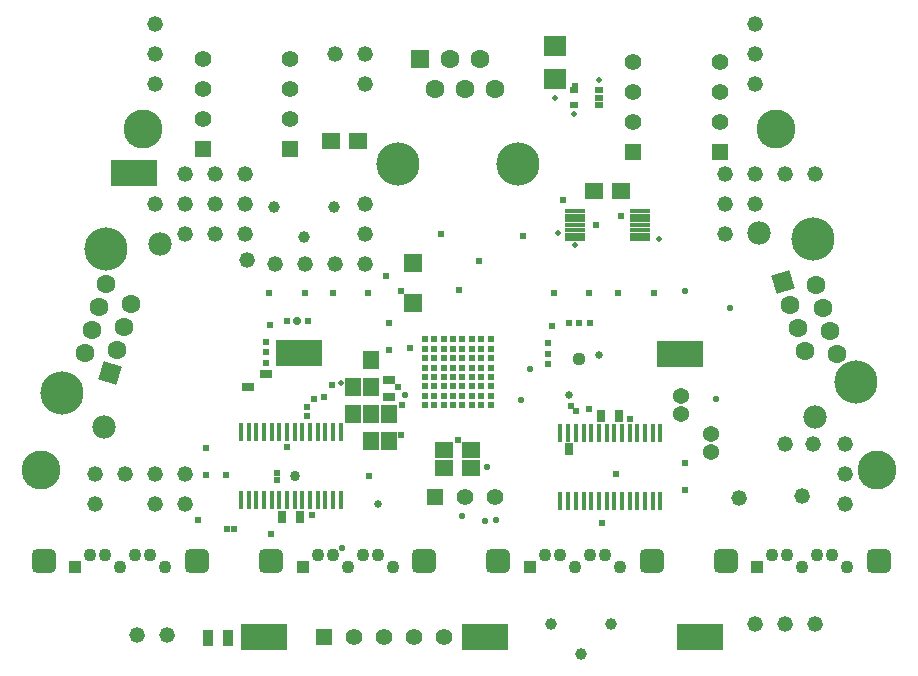
<source format=gts>
%FSLAX25Y25*%
%MOIN*%
G70*
G01*
G75*
G04 Layer_Color=8388736*
%ADD10C,0.00605*%
%ADD11R,0.03347X0.05118*%
%ADD12R,0.07087X0.06299*%
%ADD13C,0.02000*%
%ADD14R,0.01378X0.05512*%
%ADD15R,0.15000X0.08500*%
%ADD16R,0.02756X0.01575*%
%ADD17R,0.03543X0.02756*%
%ADD18R,0.06496X0.00984*%
%ADD19R,0.06496X0.00984*%
%ADD20R,0.06000X0.06000*%
%ADD21R,0.02756X0.03543*%
%ADD22R,0.05000X0.06000*%
%ADD23R,0.06000X0.05000*%
%ADD24C,0.00800*%
%ADD25C,0.02000*%
%ADD26C,0.00425*%
%ADD27C,0.00500*%
%ADD28C,0.00400*%
%ADD29C,0.00600*%
%ADD30C,0.05000*%
%ADD31R,0.05906X0.05906*%
%ADD32C,0.05906*%
%ADD33C,0.14000*%
%ADD34C,0.07400*%
%ADD35P,0.08352X4X152.0*%
%ADD36P,0.08352X4X298.0*%
%ADD37R,0.02362X0.03740*%
%ADD38C,0.03000*%
%ADD39C,0.04000*%
%ADD40P,0.02165X8X22.5*%
%ADD41R,0.03740X0.02362*%
%ADD42R,0.03937X0.03937*%
%ADD43C,0.03937*%
G04:AMPARAMS|DCode=44|XSize=78.74mil|YSize=78.74mil|CornerRadius=19.69mil|HoleSize=0mil|Usage=FLASHONLY|Rotation=0.000|XOffset=0mil|YOffset=0mil|HoleType=Round|Shape=RoundedRectangle|*
%AMROUNDEDRECTD44*
21,1,0.07874,0.03937,0,0,0.0*
21,1,0.03937,0.07874,0,0,0.0*
1,1,0.03937,0.01969,-0.01969*
1,1,0.03937,-0.01969,-0.01969*
1,1,0.03937,-0.01969,0.01969*
1,1,0.03937,0.01969,0.01969*
%
%ADD44ROUNDEDRECTD44*%
%ADD45C,0.03500*%
%ADD46R,0.05200X0.05200*%
%ADD47C,0.05200*%
%ADD48R,0.05200X0.05200*%
%ADD49R,0.02000X0.02000*%
%ADD50C,0.13000*%
%ADD51C,0.01800*%
%ADD52C,0.02200*%
%ADD53C,0.04000*%
%ADD54C,0.02800*%
%ADD55C,0.04500*%
%ADD56C,0.05543*%
%ADD57C,0.14800*%
%ADD58C,0.08200*%
%ADD59C,0.05500*%
G04:AMPARAMS|DCode=60|XSize=68mil|YSize=68mil|CornerRadius=0mil|HoleSize=0mil|Usage=FLASHONLY|Rotation=0.000|XOffset=0mil|YOffset=0mil|HoleType=Round|Shape=Relief|Width=10mil|Gap=10mil|Entries=4|*
%AMTHD60*
7,0,0,0.06800,0.04800,0.01000,45*
%
%ADD60THD60*%
G04:AMPARAMS|DCode=61|XSize=40mil|YSize=40mil|CornerRadius=0mil|HoleSize=0mil|Usage=FLASHONLY|Rotation=0.000|XOffset=0mil|YOffset=0mil|HoleType=Round|Shape=Relief|Width=6mil|Gap=8mil|Entries=4|*
%AMTHD61*
7,0,0,0.04000,0.02400,0.00600,45*
%
%ADD61THD61*%
G04:AMPARAMS|DCode=62|XSize=52mil|YSize=52mil|CornerRadius=0mil|HoleSize=0mil|Usage=FLASHONLY|Rotation=0.000|XOffset=0mil|YOffset=0mil|HoleType=Round|Shape=Relief|Width=6mil|Gap=8mil|Entries=4|*
%AMTHD62*
7,0,0,0.05200,0.03600,0.00600,45*
%
%ADD62THD62*%
G04:AMPARAMS|DCode=63|XSize=20mil|YSize=20mil|CornerRadius=0mil|HoleSize=0mil|Usage=FLASHONLY|Rotation=0.000|XOffset=0mil|YOffset=0mil|HoleType=Round|Shape=Relief|Width=4mil|Gap=3mil|Entries=4|*
%AMTHD63*
7,0,0,0.02000,0.01400,0.00400,45*
%
%ADD63THD63*%
%ADD64C,0.04913*%
%ADD65C,0.07315*%
%ADD66C,0.04200*%
%ADD67C,0.05800*%
%ADD68C,0.11600*%
%ADD69C,0.03200*%
%ADD70C,0.00480*%
%ADD71C,0.00390*%
%ADD72R,0.07874X0.08661*%
%ADD73R,0.06000X0.06000*%
%ADD74C,0.02500*%
%ADD75C,0.01500*%
G04:AMPARAMS|DCode=76|XSize=98mil|YSize=98mil|CornerRadius=0mil|HoleSize=0mil|Usage=FLASHONLY|Rotation=0.000|XOffset=0mil|YOffset=0mil|HoleType=Round|Shape=Relief|Width=10mil|Gap=10mil|Entries=4|*
%AMTHD76*
7,0,0,0.09800,0.07800,0.01000,45*
%
%ADD76THD76*%
%ADD77R,0.07874X0.08661*%
%ADD78R,0.09252X0.12205*%
%ADD79R,0.06299X0.06693*%
%ADD80R,0.06299X0.06693*%
%ADD81C,0.01000*%
%ADD82C,0.00375*%
%ADD83R,0.02000X0.01000*%
%ADD84R,0.07000X0.19000*%
%ADD85R,0.01000X0.14000*%
%ADD86R,0.05000X0.15000*%
%ADD87R,0.02000X0.01500*%
%ADD88R,0.06000X0.03500*%
%ADD89R,0.00500X0.01500*%
%ADD90R,0.01500X0.03000*%
%ADD91R,0.07500X0.26000*%
%ADD92R,0.02362X0.03740*%
%ADD93R,0.02362X0.03740*%
%ADD94R,0.02362X0.03740*%
%ADD95R,0.02362X0.03740*%
%ADD96R,0.03740X0.02362*%
%ADD97R,0.03740X0.02362*%
%ADD98R,0.06000X0.02760*%
%ADD99R,0.02107X0.03100*%
%ADD100R,0.05000X0.14260*%
%ADD101R,0.01000X0.13760*%
%ADD102R,0.02000X0.02000*%
%ADD103C,0.00984*%
%ADD104C,0.00787*%
%ADD105C,0.00394*%
%ADD106C,0.01200*%
%ADD107R,0.03747X0.05518*%
%ADD108R,0.07487X0.06699*%
%ADD109C,0.02400*%
%ADD110R,0.01778X0.05912*%
%ADD111R,0.15400X0.08900*%
%ADD112R,0.03156X0.01975*%
%ADD113R,0.03943X0.03156*%
%ADD114R,0.06896X0.01384*%
%ADD115R,0.06896X0.01384*%
%ADD116R,0.06400X0.06400*%
%ADD117R,0.03156X0.03943*%
%ADD118R,0.05400X0.06400*%
%ADD119R,0.06400X0.05400*%
%ADD120C,0.05400*%
%ADD121R,0.06306X0.06306*%
%ADD122C,0.06306*%
%ADD123C,0.14400*%
%ADD124C,0.07800*%
%ADD125P,0.08917X4X152.0*%
%ADD126P,0.08917X4X298.0*%
%ADD127R,0.02762X0.04140*%
%ADD128C,0.03400*%
%ADD129C,0.04400*%
%ADD130P,0.02598X8X22.5*%
%ADD131R,0.04140X0.02762*%
%ADD132R,0.04337X0.04337*%
%ADD133C,0.04337*%
G04:AMPARAMS|DCode=134|XSize=82.74mil|YSize=82.74mil|CornerRadius=21.69mil|HoleSize=0mil|Usage=FLASHONLY|Rotation=0.000|XOffset=0mil|YOffset=0mil|HoleType=Round|Shape=RoundedRectangle|*
%AMROUNDEDRECTD134*
21,1,0.08274,0.03937,0,0,0.0*
21,1,0.03937,0.08274,0,0,0.0*
1,1,0.04337,0.01969,-0.01969*
1,1,0.04337,-0.01969,-0.01969*
1,1,0.04337,-0.01969,0.01969*
1,1,0.04337,0.01969,0.01969*
%
%ADD134ROUNDEDRECTD134*%
%ADD135C,0.03900*%
%ADD136R,0.05600X0.05600*%
%ADD137C,0.05600*%
%ADD138R,0.05600X0.05600*%
%ADD139R,0.02400X0.02400*%
%ADD140C,0.02600*%
D13*
X283528Y256000D02*
D03*
X291528Y310800D02*
D03*
X283428Y299500D02*
D03*
X205528Y210000D02*
D03*
X311804Y257776D02*
D03*
X278028Y260000D02*
D03*
X277028Y305000D02*
D03*
D47*
X137728Y125800D02*
D03*
X147728D02*
D03*
X203528Y319500D02*
D03*
X213528D02*
D03*
X153528Y279500D02*
D03*
X163528D02*
D03*
X173528D02*
D03*
Y269500D02*
D03*
X163528D02*
D03*
X153528D02*
D03*
X143528D02*
D03*
X153528Y259500D02*
D03*
X163528D02*
D03*
X173528D02*
D03*
X143528Y309500D02*
D03*
Y319500D02*
D03*
Y329500D02*
D03*
X213528Y269500D02*
D03*
Y259500D02*
D03*
Y249500D02*
D03*
X203528D02*
D03*
X193528D02*
D03*
X183528D02*
D03*
X174328Y250800D02*
D03*
X333528Y279500D02*
D03*
X343528D02*
D03*
X353528D02*
D03*
X363528D02*
D03*
X333528Y269500D02*
D03*
X343528D02*
D03*
X333528Y259500D02*
D03*
X343528Y129500D02*
D03*
X353528D02*
D03*
X363528D02*
D03*
X123528Y179500D02*
D03*
X133528D02*
D03*
X143528D02*
D03*
X153528D02*
D03*
X123528Y169500D02*
D03*
X143528D02*
D03*
X153528D02*
D03*
X363128Y189500D02*
D03*
X359328Y172100D02*
D03*
X373528Y179500D02*
D03*
Y169500D02*
D03*
X338328Y171600D02*
D03*
X353528Y189500D02*
D03*
X373528D02*
D03*
X213528Y309500D02*
D03*
X343528Y329500D02*
D03*
Y319500D02*
D03*
Y309500D02*
D03*
D50*
X139849Y294500D02*
D03*
X350528Y294531D02*
D03*
X384418Y181000D02*
D03*
X105820D02*
D03*
D52*
X330628Y204400D02*
D03*
X317928Y219600D02*
D03*
X206028Y154700D02*
D03*
X257428Y164100D02*
D03*
X254328Y181800D02*
D03*
X226928Y206000D02*
D03*
X253628Y163700D02*
D03*
X246128Y165600D02*
D03*
X265728Y204200D02*
D03*
X268628Y214600D02*
D03*
X320428Y240400D02*
D03*
X335428Y234700D02*
D03*
D107*
X168175Y125000D02*
D03*
X161482D02*
D03*
D108*
X277028Y311288D02*
D03*
Y322312D02*
D03*
D109*
X239878Y202402D02*
D03*
X236729D02*
D03*
X233579Y205551D02*
D03*
Y208701D02*
D03*
X255626Y215000D02*
D03*
Y218150D02*
D03*
X233579D02*
D03*
X236729D02*
D03*
X233579Y221299D02*
D03*
Y224449D02*
D03*
X239878D02*
D03*
Y221299D02*
D03*
X252477D02*
D03*
Y224449D02*
D03*
X246178D02*
D03*
Y221299D02*
D03*
X236729Y224449D02*
D03*
X243028D02*
D03*
X249327D02*
D03*
X255626D02*
D03*
X236729Y221299D02*
D03*
X243028D02*
D03*
X249327D02*
D03*
X255626D02*
D03*
X233579Y215000D02*
D03*
X236729D02*
D03*
X255626Y202402D02*
D03*
X249327D02*
D03*
X252477D02*
D03*
X160728Y179300D02*
D03*
Y188300D02*
D03*
X320328Y183200D02*
D03*
Y174200D02*
D03*
X187626Y188469D02*
D03*
X297522Y179500D02*
D03*
X276071Y228827D02*
D03*
X274792Y223118D02*
D03*
Y219575D02*
D03*
Y216032D02*
D03*
X288670Y229909D02*
D03*
X281583D02*
D03*
X285126D02*
D03*
X187626Y230398D02*
D03*
X194713D02*
D03*
X180835Y216520D02*
D03*
Y220063D02*
D03*
Y223606D02*
D03*
X182115Y229315D02*
D03*
X214734Y239900D02*
D03*
X202922D02*
D03*
X239878Y218150D02*
D03*
X243028D02*
D03*
X246178D02*
D03*
X249327D02*
D03*
X252477D02*
D03*
X239878Y215000D02*
D03*
X243028D02*
D03*
X246178D02*
D03*
X249327D02*
D03*
X252477D02*
D03*
X233579Y211850D02*
D03*
X236729D02*
D03*
X239878D02*
D03*
X243028D02*
D03*
X246178D02*
D03*
X249327D02*
D03*
X252477D02*
D03*
X255626D02*
D03*
X236729Y208701D02*
D03*
X239878D02*
D03*
X243028D02*
D03*
X246178D02*
D03*
X249327D02*
D03*
X252477D02*
D03*
X255626D02*
D03*
X236729Y205551D02*
D03*
X239878D02*
D03*
X243028D02*
D03*
X246178D02*
D03*
X249327D02*
D03*
X252477D02*
D03*
X255626D02*
D03*
X233579Y202402D02*
D03*
X243028D02*
D03*
X246178D02*
D03*
X251528Y250500D02*
D03*
X214934Y179000D02*
D03*
X181722Y239900D02*
D03*
X193534D02*
D03*
X221528Y229800D02*
D03*
Y220800D02*
D03*
X282329Y202299D02*
D03*
X284027Y200602D02*
D03*
X157928Y164100D02*
D03*
X184428Y179900D02*
D03*
Y177500D02*
D03*
X182328Y159400D02*
D03*
X167528Y161300D02*
D03*
X169928D02*
D03*
X196028Y165900D02*
D03*
X292828Y163200D02*
D03*
X288428Y201300D02*
D03*
X167228Y179100D02*
D03*
X194328Y199000D02*
D03*
X196528Y204600D02*
D03*
X194228Y202000D02*
D03*
X200028Y205100D02*
D03*
X202628Y209100D02*
D03*
X283528Y308800D02*
D03*
X301928Y198000D02*
D03*
X266328Y259000D02*
D03*
X253328Y124700D02*
D03*
X224828Y208500D02*
D03*
X299028Y265500D02*
D03*
X244528Y191000D02*
D03*
X225628Y192628D02*
D03*
X226126Y202402D02*
D03*
X225528Y240500D02*
D03*
X238900Y259400D02*
D03*
X279600Y270700D02*
D03*
X220528Y245500D02*
D03*
X245028Y241000D02*
D03*
X228600Y221400D02*
D03*
X290675Y262425D02*
D03*
D110*
X312129Y170462D02*
D03*
X309570D02*
D03*
X307010D02*
D03*
X304451D02*
D03*
X301892D02*
D03*
X299333D02*
D03*
X296774D02*
D03*
X294215D02*
D03*
X291656D02*
D03*
X289097D02*
D03*
X286538D02*
D03*
X283979D02*
D03*
X281419D02*
D03*
X278860D02*
D03*
Y193100D02*
D03*
X281419D02*
D03*
X283978D02*
D03*
X286537D02*
D03*
X289097D02*
D03*
X291656D02*
D03*
X294215D02*
D03*
X296774D02*
D03*
X299333D02*
D03*
X301892D02*
D03*
X304451D02*
D03*
X307010D02*
D03*
X309569D02*
D03*
X312128D02*
D03*
X172328Y170900D02*
D03*
X174887D02*
D03*
X177446D02*
D03*
X180005D02*
D03*
X182564D02*
D03*
X185123D02*
D03*
X187682D02*
D03*
X190241D02*
D03*
X192800D02*
D03*
X195360D02*
D03*
X197919D02*
D03*
X200478D02*
D03*
X203037D02*
D03*
X205596D02*
D03*
Y193538D02*
D03*
X203037D02*
D03*
X200478D02*
D03*
X197918D02*
D03*
X195359D02*
D03*
X192800D02*
D03*
X190241D02*
D03*
X187682D02*
D03*
X185123D02*
D03*
X182564D02*
D03*
X180005D02*
D03*
X177446D02*
D03*
X174887D02*
D03*
X172327D02*
D03*
D111*
X180128Y125100D02*
D03*
X253628D02*
D03*
X318828Y219600D02*
D03*
X191528Y220000D02*
D03*
X325228Y125300D02*
D03*
X136528Y279800D02*
D03*
D112*
X283493Y307559D02*
D03*
X291563D02*
D03*
X283493Y302441D02*
D03*
X291563D02*
D03*
Y305000D02*
D03*
D113*
X221528Y205047D02*
D03*
Y210953D02*
D03*
X174528Y208453D02*
D03*
D114*
X283603Y267224D02*
D03*
X305453D02*
D03*
Y257776D02*
D03*
D115*
X283603Y265650D02*
D03*
Y264075D02*
D03*
Y262500D02*
D03*
Y260925D02*
D03*
Y259350D02*
D03*
Y257776D02*
D03*
X305453Y265650D02*
D03*
Y264075D02*
D03*
Y262500D02*
D03*
Y260925D02*
D03*
Y259350D02*
D03*
D116*
X229528Y236500D02*
D03*
Y250000D02*
D03*
D117*
X191881Y165300D02*
D03*
X185975D02*
D03*
X292475Y199000D02*
D03*
X298381D02*
D03*
D118*
X215528Y208500D02*
D03*
Y217500D02*
D03*
X209528Y199500D02*
D03*
Y208500D02*
D03*
X215528Y199500D02*
D03*
Y190500D02*
D03*
X221528Y199500D02*
D03*
Y190500D02*
D03*
D119*
X249028Y187500D02*
D03*
X240028D02*
D03*
X249028Y181500D02*
D03*
X240028D02*
D03*
X290028Y274000D02*
D03*
X299028D02*
D03*
X211428Y290400D02*
D03*
X202428D02*
D03*
D120*
X329028Y193000D02*
D03*
X318928Y199600D02*
D03*
X329028Y186900D02*
D03*
X318928Y205600D02*
D03*
D121*
X232028Y318000D02*
D03*
D122*
X257028Y308000D02*
D03*
X252028Y318000D02*
D03*
X242028D02*
D03*
X247028Y308000D02*
D03*
X237028D02*
D03*
X355523Y235823D02*
D03*
X357862Y228172D02*
D03*
X366256Y234921D02*
D03*
X368595Y227271D02*
D03*
X360201Y220522D02*
D03*
X363917Y242572D02*
D03*
X370934Y219620D02*
D03*
X127451Y242900D02*
D03*
X120434Y219949D02*
D03*
X135845Y236151D02*
D03*
X125112Y235250D02*
D03*
X122773Y227599D02*
D03*
X133506Y228501D02*
D03*
X131167Y220850D02*
D03*
D123*
X224528Y283000D02*
D03*
X264528D02*
D03*
X362878Y257940D02*
D03*
X377497Y210124D02*
D03*
X127320Y254443D02*
D03*
X112702Y206628D02*
D03*
D124*
X344862Y259751D02*
D03*
X363573Y198548D02*
D03*
X145337Y256254D02*
D03*
X126626Y195051D02*
D03*
D125*
X353185Y243473D02*
D03*
D126*
X128828Y213200D02*
D03*
D127*
X281583Y187980D02*
D03*
D128*
X190334Y179000D02*
D03*
D129*
X285028Y218000D02*
D03*
X191071Y218488D02*
D03*
D130*
X191170Y230398D02*
D03*
D131*
X180835Y212976D02*
D03*
D132*
X117040Y148532D02*
D03*
X192865D02*
D03*
X268691D02*
D03*
X344516D02*
D03*
D133*
X147040D02*
D03*
X142040Y152469D02*
D03*
X122040D02*
D03*
X137040D02*
D03*
X132040Y148532D02*
D03*
X127040Y152469D02*
D03*
X222865Y148532D02*
D03*
X217865Y152469D02*
D03*
X197865D02*
D03*
X212865D02*
D03*
X207865Y148532D02*
D03*
X202865Y152469D02*
D03*
X298691Y148532D02*
D03*
X293691Y152469D02*
D03*
X273691D02*
D03*
X288691D02*
D03*
X283691Y148532D02*
D03*
X278691Y152469D02*
D03*
X374516Y148532D02*
D03*
X369516Y152469D02*
D03*
X349516D02*
D03*
X364516D02*
D03*
X359516Y148532D02*
D03*
X354516Y152469D02*
D03*
D134*
X157552Y150500D02*
D03*
X106528D02*
D03*
X233377D02*
D03*
X182353D02*
D03*
X309203D02*
D03*
X258179D02*
D03*
X385028D02*
D03*
X334004D02*
D03*
D135*
X275528Y129500D02*
D03*
X295528D02*
D03*
X285528Y119500D02*
D03*
X193328Y258500D02*
D03*
X203328Y268500D02*
D03*
X183328D02*
D03*
D136*
X237028Y172000D02*
D03*
X199928Y125300D02*
D03*
D137*
X247028Y172000D02*
D03*
X257028D02*
D03*
X159528Y298000D02*
D03*
Y308000D02*
D03*
Y318000D02*
D03*
X188528Y298000D02*
D03*
Y308000D02*
D03*
Y318000D02*
D03*
X303028Y297000D02*
D03*
Y307000D02*
D03*
Y317000D02*
D03*
X332028Y297000D02*
D03*
Y307000D02*
D03*
Y317000D02*
D03*
X239928Y125300D02*
D03*
X229928D02*
D03*
X219928D02*
D03*
X209928D02*
D03*
D138*
X159528Y288000D02*
D03*
X188528D02*
D03*
X303028Y287000D02*
D03*
X332028D02*
D03*
D139*
X309934Y240000D02*
D03*
X298122D02*
D03*
X276622D02*
D03*
X288434D02*
D03*
D140*
X218128Y169600D02*
D03*
X281528Y205800D02*
D03*
X291628Y219100D02*
D03*
M02*

</source>
